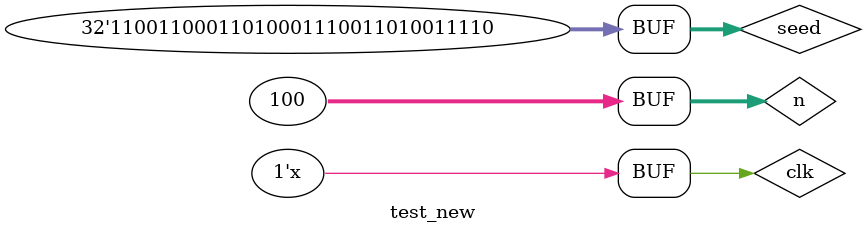
<source format=v>
`timescale 1ns / 1ps


module test_new();
reg clk;
reg [31:0] n;
reg [31:0] seed;
//integer tic;
//integer toc;
wire done;
wire busy;

for_loop uut(clk,seed,n,done,busy);

    initial begin
//        #50;
        clk = 1;
        n = 100;
        seed = 32'b11001100011010001110011010011110;
        $display("kerman");
    end

    always begin
      #5  clk = ~ clk;
    end

//    always @(posedge done)begin
//    $display($realtime,"tic");
//    end

//    always @(posedge doon)begin
//    $display($realtime,"toc");
//    end

endmodule
</source>
